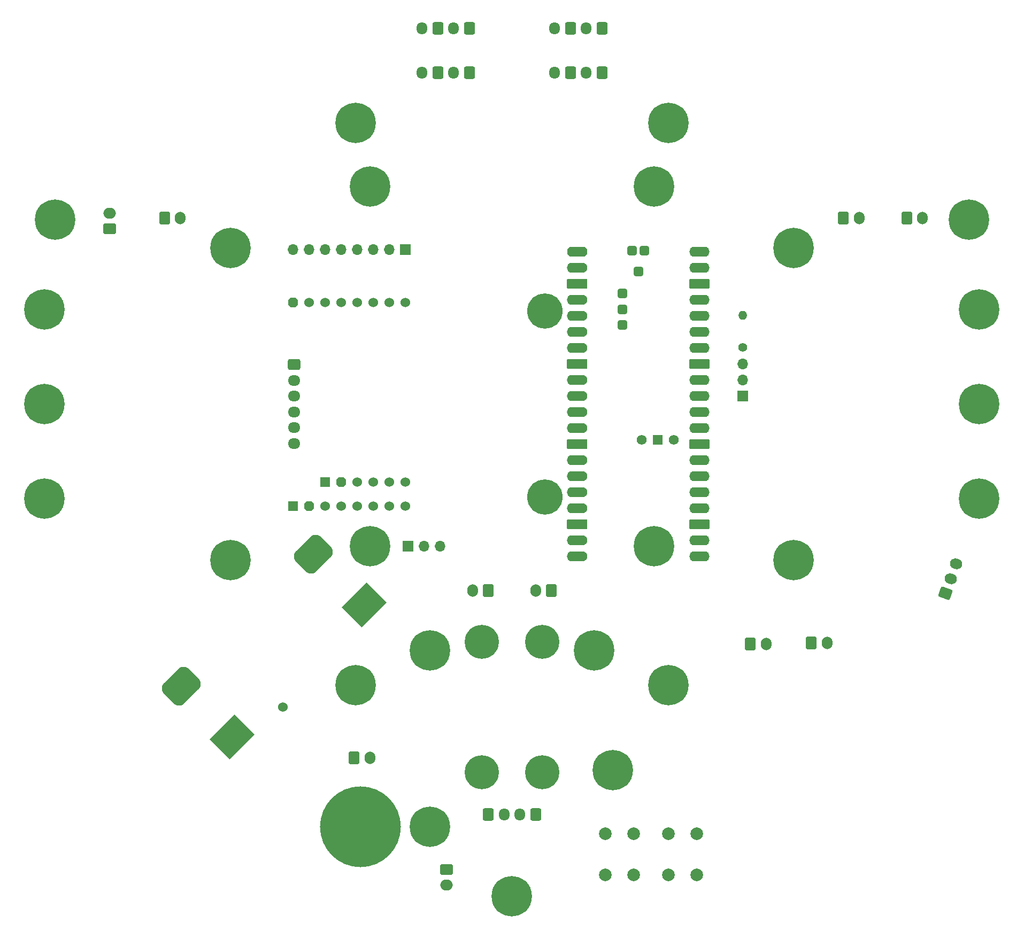
<source format=gbr>
%TF.GenerationSoftware,KiCad,Pcbnew,8.0.3*%
%TF.CreationDate,2024-06-18T02:00:58+08:00*%
%TF.ProjectId,top-rounded,746f702d-726f-4756-9e64-65642e6b6963,1.0.0*%
%TF.SameCoordinates,Original*%
%TF.FileFunction,Soldermask,Top*%
%TF.FilePolarity,Negative*%
%FSLAX46Y46*%
G04 Gerber Fmt 4.6, Leading zero omitted, Abs format (unit mm)*
G04 Created by KiCad (PCBNEW 8.0.3) date 2024-06-18 02:00:58*
%MOMM*%
%LPD*%
G01*
G04 APERTURE LIST*
G04 Aperture macros list*
%AMRoundRect*
0 Rectangle with rounded corners*
0 $1 Rounding radius*
0 $2 $3 $4 $5 $6 $7 $8 $9 X,Y pos of 4 corners*
0 Add a 4 corners polygon primitive as box body*
4,1,4,$2,$3,$4,$5,$6,$7,$8,$9,$2,$3,0*
0 Add four circle primitives for the rounded corners*
1,1,$1+$1,$2,$3*
1,1,$1+$1,$4,$5*
1,1,$1+$1,$6,$7*
1,1,$1+$1,$8,$9*
0 Add four rect primitives between the rounded corners*
20,1,$1+$1,$2,$3,$4,$5,0*
20,1,$1+$1,$4,$5,$6,$7,0*
20,1,$1+$1,$6,$7,$8,$9,0*
20,1,$1+$1,$8,$9,$2,$3,0*%
%AMHorizOval*
0 Thick line with rounded ends*
0 $1 width*
0 $2 $3 position (X,Y) of the first rounded end (center of the circle)*
0 $4 $5 position (X,Y) of the second rounded end (center of the circle)*
0 Add line between two ends*
20,1,$1,$2,$3,$4,$5,0*
0 Add two circle primitives to create the rounded ends*
1,1,$1,$2,$3*
1,1,$1,$4,$5*%
%AMRotRect*
0 Rectangle, with rotation*
0 The origin of the aperture is its center*
0 $1 length*
0 $2 width*
0 $3 Rotation angle, in degrees counterclockwise*
0 Add horizontal line*
21,1,$1,$2,0,0,$3*%
%AMOutline5P*
0 Free polygon, 5 corners , with rotation*
0 The origin of the aperture is its center*
0 number of corners: always 5*
0 $1 to $10 corner X, Y*
0 $11 Rotation angle, in degrees counterclockwise*
0 create outline with 5 corners*
4,1,5,$1,$2,$3,$4,$5,$6,$7,$8,$9,$10,$1,$2,$11*%
%AMOutline6P*
0 Free polygon, 6 corners , with rotation*
0 The origin of the aperture is its center*
0 number of corners: always 6*
0 $1 to $12 corner X, Y*
0 $13 Rotation angle, in degrees counterclockwise*
0 create outline with 6 corners*
4,1,6,$1,$2,$3,$4,$5,$6,$7,$8,$9,$10,$11,$12,$1,$2,$13*%
%AMOutline7P*
0 Free polygon, 7 corners , with rotation*
0 The origin of the aperture is its center*
0 number of corners: always 7*
0 $1 to $14 corner X, Y*
0 $15 Rotation angle, in degrees counterclockwise*
0 create outline with 7 corners*
4,1,7,$1,$2,$3,$4,$5,$6,$7,$8,$9,$10,$11,$12,$13,$14,$1,$2,$15*%
%AMOutline8P*
0 Free polygon, 8 corners , with rotation*
0 The origin of the aperture is its center*
0 number of corners: always 8*
0 $1 to $16 corner X, Y*
0 $17 Rotation angle, in degrees counterclockwise*
0 create outline with 8 corners*
4,1,8,$1,$2,$3,$4,$5,$6,$7,$8,$9,$10,$11,$12,$13,$14,$15,$16,$1,$2,$17*%
%AMFreePoly0*
4,1,26,1.935306,0.780194,1.989950,0.741421,2.341421,0.389950,2.388777,0.314585,2.400000,0.248529,2.400000,-0.248529,2.380194,-0.335306,2.341421,-0.389950,1.989950,-0.741421,1.914585,-0.788777,1.848529,-0.800000,0.000000,-0.800000,-0.248529,-0.800000,-0.335306,-0.780194,-0.389950,-0.741421,-0.741421,-0.389950,-0.788777,-0.314585,-0.800000,-0.248529,-0.800000,0.248529,-0.780194,0.335306,
-0.741421,0.389950,-0.389950,0.741421,-0.314585,0.788777,-0.248529,0.800000,1.848529,0.800000,1.935306,0.780194,1.935306,0.780194,$1*%
%AMFreePoly1*
4,1,26,0.335306,0.780194,0.389950,0.741421,0.741421,0.389950,0.788777,0.314585,0.800000,0.248529,0.800000,-0.248529,0.780194,-0.335306,0.741421,-0.389950,0.389950,-0.741421,0.314585,-0.788777,0.248529,-0.800000,0.000000,-0.800000,-0.248529,-0.800000,-0.335306,-0.780194,-0.389950,-0.741421,-0.741421,-0.389950,-0.788777,-0.314585,-0.800000,-0.248529,-0.800000,0.248529,-0.780194,0.335306,
-0.741421,0.389950,-0.389950,0.741421,-0.314585,0.788777,-0.248529,0.800000,0.248529,0.800000,0.335306,0.780194,0.335306,0.780194,$1*%
G04 Aperture macros list end*
%ADD10RoundRect,0.250000X-0.600000X-0.750000X0.600000X-0.750000X0.600000X0.750000X-0.600000X0.750000X0*%
%ADD11O,1.700000X2.000000*%
%ADD12C,0.800000*%
%ADD13C,6.400000*%
%ADD14C,5.600000*%
%ADD15C,1.524000*%
%ADD16Outline8P,-0.762000X0.381000X-0.381000X0.762000X0.381000X0.762000X0.762000X0.381000X0.762000X-0.381000X0.381000X-0.762000X-0.381000X-0.762000X-0.762000X-0.381000X270.000000*%
%ADD17R,1.524000X1.524000*%
%ADD18C,5.400000*%
%ADD19RoundRect,0.250000X0.750000X-0.600000X0.750000X0.600000X-0.750000X0.600000X-0.750000X-0.600000X0*%
%ADD20O,2.000000X1.700000*%
%ADD21R,1.700000X1.700000*%
%ADD22O,1.700000X1.700000*%
%ADD23C,2.000000*%
%ADD24FreePoly0,0.000000*%
%ADD25FreePoly1,0.000000*%
%ADD26O,3.200000X1.600000*%
%ADD27C,1.600000*%
%ADD28RoundRect,0.200000X-1.400000X-0.600000X1.400000X-0.600000X1.400000X0.600000X-1.400000X0.600000X0*%
%ADD29RoundRect,0.200000X-0.600000X-0.600000X0.600000X-0.600000X0.600000X0.600000X-0.600000X0.600000X0*%
%ADD30C,1.574800*%
%ADD31R,1.574800X1.574800*%
%ADD32RoundRect,0.300000X-0.450000X-0.450000X0.450000X-0.450000X0.450000X0.450000X-0.450000X0.450000X0*%
%ADD33RoundRect,0.250000X0.476065X-0.811780X0.886489X0.315851X-0.476065X0.811780X-0.886489X-0.315851X0*%
%ADD34HorizOval,1.700000X-0.117462X0.042753X0.117462X-0.042753X0*%
%ADD35RotRect,4.528000X5.544000X315.000000*%
%ADD36RotRect,1.700000X1.700000X315.000000*%
%ADD37RoundRect,1.132000X-1.960100X-0.359210X-0.359210X-1.960100X1.960100X0.359210X0.359210X1.960100X0*%
%ADD38C,1.700000*%
%ADD39RoundRect,0.250000X-0.750000X0.600000X-0.750000X-0.600000X0.750000X-0.600000X0.750000X0.600000X0*%
%ADD40C,1.400000*%
%ADD41O,1.400000X1.400000*%
%ADD42C,0.900000*%
%ADD43C,12.800000*%
%ADD44RoundRect,0.250000X0.600000X0.725000X-0.600000X0.725000X-0.600000X-0.725000X0.600000X-0.725000X0*%
%ADD45O,1.700000X1.950000*%
%ADD46RoundRect,0.250000X-0.725000X0.600000X-0.725000X-0.600000X0.725000X-0.600000X0.725000X0.600000X0*%
%ADD47O,1.950000X1.700000*%
%ADD48RoundRect,0.250000X0.600000X0.750000X-0.600000X0.750000X-0.600000X-0.750000X0.600000X-0.750000X0*%
G04 APERTURE END LIST*
D10*
%TO.C,J8*%
X137750000Y-137975000D03*
D11*
X140250000Y-137975000D03*
%TD*%
D10*
%TO.C,J2*%
X162500000Y-70500000D03*
D11*
X165000000Y-70500000D03*
%TD*%
D12*
%TO.C,H13*%
X23600000Y-115000000D03*
X24302944Y-113302944D03*
X24302944Y-116697056D03*
X26000000Y-112600000D03*
D13*
X26000000Y-115000000D03*
D12*
X26000000Y-117400000D03*
X27697056Y-113302944D03*
X27697056Y-116697056D03*
X28400000Y-115000000D03*
%TD*%
D14*
%TO.C,U2*%
X105198000Y-85268000D03*
X105200000Y-114732000D03*
D15*
X83100000Y-83871000D03*
X80560000Y-83871000D03*
X78020000Y-83871000D03*
X75480000Y-83871000D03*
X72940000Y-83871000D03*
X70400000Y-83871000D03*
X67860000Y-83871000D03*
D16*
X65320000Y-83871000D03*
D17*
X65320000Y-116129000D03*
D16*
X67860000Y-116129000D03*
D15*
X70400000Y-116129000D03*
X72940000Y-116129000D03*
X75480000Y-116129000D03*
X78020000Y-116129000D03*
X80560000Y-116129000D03*
X83100000Y-116129000D03*
D17*
X70400000Y-112319000D03*
D16*
X72940000Y-112319000D03*
D15*
X75480000Y-112319000D03*
X78020000Y-112319000D03*
X80560000Y-112319000D03*
X83100000Y-112319000D03*
%TD*%
D12*
%TO.C,H28*%
X93225000Y-158300000D03*
X93818109Y-156868109D03*
X93818109Y-159731891D03*
X95250000Y-156275000D03*
D18*
X95250000Y-158300000D03*
D12*
X95250000Y-160325000D03*
X96681891Y-156868109D03*
X96681891Y-159731891D03*
X97275000Y-158300000D03*
%TD*%
%TO.C,H1*%
X23600000Y-85000000D03*
X24302944Y-83302944D03*
X24302944Y-86697056D03*
X26000000Y-82600000D03*
D13*
X26000000Y-85000000D03*
D12*
X26000000Y-87400000D03*
X27697056Y-83302944D03*
X27697056Y-86697056D03*
X28400000Y-85000000D03*
%TD*%
D10*
%TO.C,J9*%
X147413217Y-137874728D03*
D11*
X149913217Y-137874728D03*
%TD*%
D12*
%TO.C,H22*%
X142147727Y-75251263D03*
X142850671Y-73554207D03*
X142850671Y-76948319D03*
X144547727Y-72851263D03*
D13*
X144547727Y-75251263D03*
D12*
X144547727Y-77651263D03*
X146244783Y-73554207D03*
X146244783Y-76948319D03*
X146947727Y-75251263D03*
%TD*%
D19*
%TO.C,J6*%
X36300000Y-72226252D03*
D20*
X36300000Y-69726252D03*
%TD*%
D12*
%TO.C,H4*%
X53052273Y-75251263D03*
X53755217Y-73554207D03*
X53755217Y-76948319D03*
X55452273Y-72851263D03*
D13*
X55452273Y-75251263D03*
D12*
X55452273Y-77651263D03*
X57149329Y-73554207D03*
X57149329Y-76948319D03*
X57852273Y-75251263D03*
%TD*%
%TO.C,H12*%
X113600000Y-158000000D03*
X114302944Y-156302944D03*
X114302944Y-159697056D03*
X116000000Y-155600000D03*
D13*
X116000000Y-158000000D03*
D12*
X116000000Y-160400000D03*
X117697056Y-156302944D03*
X117697056Y-159697056D03*
X118400000Y-158000000D03*
%TD*%
D21*
%TO.C,J1*%
X83100000Y-75500000D03*
D22*
X80560000Y-75500000D03*
X78020000Y-75500000D03*
X75480000Y-75500000D03*
X72940000Y-75500000D03*
X70400000Y-75500000D03*
X67860000Y-75500000D03*
X65320000Y-75500000D03*
%TD*%
D23*
%TO.C,SW2*%
X124750002Y-174591199D03*
X124750002Y-168091199D03*
X129250002Y-174591199D03*
X129250002Y-168091199D03*
%TD*%
D21*
%TO.C,J7*%
X83500000Y-122500000D03*
D22*
X86040000Y-122500000D03*
X88580000Y-122500000D03*
%TD*%
D12*
%TO.C,H29*%
X102725000Y-137700000D03*
X103318109Y-136268109D03*
X103318109Y-139131891D03*
X104750000Y-135675000D03*
D18*
X104750000Y-137700000D03*
D12*
X104750000Y-139725000D03*
X106181891Y-136268109D03*
X106181891Y-139131891D03*
X106775000Y-137700000D03*
%TD*%
%TO.C,H15*%
X120100000Y-65500000D03*
X120802944Y-63802944D03*
X120802944Y-67197056D03*
X122500000Y-63100000D03*
D13*
X122500000Y-65500000D03*
D12*
X122500000Y-67900000D03*
X124197056Y-63802944D03*
X124197056Y-67197056D03*
X124900000Y-65500000D03*
%TD*%
D24*
%TO.C,U1*%
X109500000Y-75870000D03*
D25*
X111100000Y-75870000D03*
D26*
X110300000Y-78410000D03*
D27*
X111100000Y-78410000D03*
D28*
X110300000Y-80950000D03*
D29*
X111100000Y-80950000D03*
D26*
X110300000Y-83490000D03*
D27*
X111100000Y-83490000D03*
D26*
X110300000Y-86030000D03*
D27*
X111100000Y-86030000D03*
D26*
X110300000Y-88570000D03*
D27*
X111100000Y-88570000D03*
D26*
X110300000Y-91110000D03*
D27*
X111100000Y-91110000D03*
D28*
X110300000Y-93650000D03*
D29*
X111100000Y-93650000D03*
D26*
X110300000Y-96190000D03*
D27*
X111100000Y-96190000D03*
D26*
X110300000Y-98730000D03*
D27*
X111100000Y-98730000D03*
D26*
X110300000Y-101270000D03*
D27*
X111100000Y-101270000D03*
D26*
X110300000Y-103810000D03*
D27*
X111100000Y-103810000D03*
D28*
X110300000Y-106350000D03*
D29*
X111100000Y-106350000D03*
D26*
X110300000Y-108890000D03*
D27*
X111100000Y-108890000D03*
D26*
X110300000Y-111430000D03*
D27*
X111100000Y-111430000D03*
D26*
X110300000Y-113970000D03*
D27*
X111100000Y-113970000D03*
D26*
X110300000Y-116510000D03*
D27*
X111100000Y-116510000D03*
D28*
X110300000Y-119050000D03*
D29*
X111100000Y-119050000D03*
D26*
X110300000Y-121590000D03*
D27*
X111100000Y-121590000D03*
D26*
X110300000Y-124130000D03*
D27*
X111100000Y-124130000D03*
X128880000Y-124130000D03*
D26*
X129680000Y-124130000D03*
D27*
X128880000Y-121590000D03*
D26*
X129680000Y-121590000D03*
D29*
X128880000Y-119050000D03*
D28*
X129680000Y-119050000D03*
D27*
X128880000Y-116510000D03*
D26*
X129680000Y-116510000D03*
D27*
X128880000Y-113970000D03*
D26*
X129680000Y-113970000D03*
D27*
X128880000Y-111430000D03*
D26*
X129680000Y-111430000D03*
D27*
X128880000Y-108890000D03*
D26*
X129680000Y-108890000D03*
D29*
X128880000Y-106350000D03*
D28*
X129680000Y-106350000D03*
D27*
X128880000Y-103810000D03*
D26*
X129680000Y-103810000D03*
D27*
X128880000Y-101270000D03*
D26*
X129680000Y-101270000D03*
D27*
X128880000Y-98730000D03*
D26*
X129680000Y-98730000D03*
D27*
X128880000Y-96190000D03*
D26*
X129680000Y-96190000D03*
D29*
X128880000Y-93650000D03*
D28*
X129680000Y-93650000D03*
D27*
X128880000Y-91110000D03*
D26*
X129680000Y-91110000D03*
D27*
X128880000Y-88570000D03*
D26*
X129680000Y-88570000D03*
D27*
X128880000Y-86030000D03*
D26*
X129680000Y-86030000D03*
D27*
X128880000Y-83490000D03*
D26*
X129680000Y-83490000D03*
D29*
X128880000Y-80950000D03*
D28*
X129680000Y-80950000D03*
D27*
X128880000Y-78410000D03*
D26*
X129680000Y-78410000D03*
D27*
X128880000Y-75870000D03*
D26*
X129680000Y-75870000D03*
D30*
X120574200Y-105700000D03*
D31*
X123114200Y-105700000D03*
D30*
X125654200Y-105700000D03*
D32*
X119990000Y-79000000D03*
X120990000Y-75700000D03*
X118990000Y-75700000D03*
X117490000Y-82500000D03*
X117490000Y-85000000D03*
X117490000Y-87500000D03*
%TD*%
D12*
%TO.C,H23*%
X122348737Y-144547727D03*
X123051681Y-142850671D03*
X123051681Y-146244783D03*
X124748737Y-142147727D03*
D13*
X124748737Y-144547727D03*
D12*
X124748737Y-146947727D03*
X126445793Y-142850671D03*
X126445793Y-146244783D03*
X127148737Y-144547727D03*
%TD*%
%TO.C,H10*%
X53052273Y-124748737D03*
X53755217Y-123051681D03*
X53755217Y-126445793D03*
X55452273Y-122348737D03*
D13*
X55452273Y-124748737D03*
D12*
X55452273Y-127148737D03*
X57149329Y-123051681D03*
X57149329Y-126445793D03*
X57852273Y-124748737D03*
%TD*%
%TO.C,H27*%
X93225000Y-137700000D03*
X93818109Y-136268109D03*
X93818109Y-139131891D03*
X95250000Y-135675000D03*
D18*
X95250000Y-137700000D03*
D12*
X95250000Y-139725000D03*
X96681891Y-136268109D03*
X96681891Y-139131891D03*
X97275000Y-137700000D03*
%TD*%
%TO.C,H9*%
X72851263Y-55452273D03*
X73554207Y-53755217D03*
X73554207Y-57149329D03*
X75251263Y-53052273D03*
D13*
X75251263Y-55452273D03*
D12*
X75251263Y-57852273D03*
X76948319Y-53755217D03*
X76948319Y-57149329D03*
X77651263Y-55452273D03*
%TD*%
%TO.C,H6*%
X84600000Y-167000000D03*
X85302944Y-165302944D03*
X85302944Y-168697056D03*
X87000000Y-164600000D03*
D13*
X87000000Y-167000000D03*
D12*
X87000000Y-169400000D03*
X88697056Y-165302944D03*
X88697056Y-168697056D03*
X89400000Y-167000000D03*
%TD*%
%TO.C,H21*%
X75100000Y-65500000D03*
X75802944Y-63802944D03*
X75802944Y-67197056D03*
X77500000Y-63100000D03*
D13*
X77500000Y-65500000D03*
D12*
X77500000Y-67900000D03*
X79197056Y-63802944D03*
X79197056Y-67197056D03*
X79900000Y-65500000D03*
%TD*%
%TO.C,H7*%
X23600000Y-100000000D03*
X24302944Y-98302944D03*
X24302944Y-101697056D03*
X26000000Y-97600000D03*
D13*
X26000000Y-100000000D03*
D12*
X26000000Y-102400000D03*
X27697056Y-98302944D03*
X27697056Y-101697056D03*
X28400000Y-100000000D03*
%TD*%
%TO.C,H14*%
X171600000Y-100000000D03*
X172302944Y-98302944D03*
X172302944Y-101697056D03*
X174000000Y-97600000D03*
D13*
X174000000Y-100000000D03*
D12*
X174000000Y-102400000D03*
X175697056Y-98302944D03*
X175697056Y-101697056D03*
X176400000Y-100000000D03*
%TD*%
D10*
%TO.C,J12*%
X152500000Y-70500000D03*
D11*
X155000000Y-70500000D03*
%TD*%
D33*
%TO.C,J3*%
X168650000Y-130000000D03*
D34*
X169505050Y-127650768D03*
X170360101Y-125301537D03*
%TD*%
D21*
%TO.C,J13*%
X136500000Y-98730000D03*
D22*
X136500000Y-96190000D03*
X136500000Y-93650000D03*
%TD*%
D35*
%TO.C,U3*%
X76597882Y-131847912D03*
D36*
X76238672Y-134003174D03*
X74442621Y-132207123D03*
D37*
X68546764Y-123765682D03*
D38*
X68156441Y-125920943D03*
X66360390Y-124124892D03*
X49771665Y-144305720D03*
X47975614Y-142509668D03*
D37*
X47600847Y-144680486D03*
D36*
X57853895Y-152387950D03*
X56057844Y-150591899D03*
D35*
X55683078Y-152762717D03*
D15*
X63687526Y-148033587D03*
%TD*%
D12*
%TO.C,H16*%
X142147727Y-124748737D03*
X142850671Y-123051681D03*
X142850671Y-126445793D03*
X144547727Y-122348737D03*
D13*
X144547727Y-124748737D03*
D12*
X144547727Y-127148737D03*
X146244783Y-123051681D03*
X146244783Y-126445793D03*
X146947727Y-124748737D03*
%TD*%
%TO.C,H8*%
X171600000Y-85000000D03*
X172302944Y-83302944D03*
X172302944Y-86697056D03*
X174000000Y-82600000D03*
D13*
X174000000Y-85000000D03*
D12*
X174000000Y-87400000D03*
X175697056Y-83302944D03*
X175697056Y-86697056D03*
X176400000Y-85000000D03*
%TD*%
D39*
%TO.C,J5*%
X89600000Y-173700000D03*
D20*
X89600000Y-176200000D03*
%TD*%
D12*
%TO.C,H5*%
X75100000Y-122500000D03*
X75802944Y-120802944D03*
X75802944Y-124197056D03*
X77500000Y-120100000D03*
D13*
X77500000Y-122500000D03*
D12*
X77500000Y-124900000D03*
X79197056Y-120802944D03*
X79197056Y-124197056D03*
X79900000Y-122500000D03*
%TD*%
%TO.C,H2*%
X169920341Y-70780686D03*
X170623285Y-69083630D03*
X170623285Y-72477742D03*
X172320341Y-68380686D03*
D13*
X172320341Y-70780686D03*
D12*
X172320341Y-73180686D03*
X174017397Y-69083630D03*
X174017397Y-72477742D03*
X174720341Y-70780686D03*
%TD*%
D40*
%TO.C,R1*%
X136500000Y-91040000D03*
D41*
X136500000Y-85960000D03*
%TD*%
D12*
%TO.C,H25*%
X84600000Y-139000000D03*
X85302944Y-137302944D03*
X85302944Y-140697056D03*
X87000000Y-136600000D03*
D13*
X87000000Y-139000000D03*
D12*
X87000000Y-141400000D03*
X88697056Y-137302944D03*
X88697056Y-140697056D03*
X89400000Y-139000000D03*
%TD*%
%TO.C,H11*%
X120100000Y-122500000D03*
X120802944Y-120802944D03*
X120802944Y-124197056D03*
X122500000Y-120100000D03*
D13*
X122500000Y-122500000D03*
D12*
X122500000Y-124900000D03*
X124197056Y-120802944D03*
X124197056Y-124197056D03*
X124900000Y-122500000D03*
%TD*%
%TO.C,H26*%
X110600000Y-139000000D03*
X111302944Y-137302944D03*
X111302944Y-140697056D03*
X113000000Y-136600000D03*
D13*
X113000000Y-139000000D03*
D12*
X113000000Y-141400000D03*
X114697056Y-137302944D03*
X114697056Y-140697056D03*
X115400000Y-139000000D03*
%TD*%
%TO.C,H3*%
X122348737Y-55452273D03*
X123051681Y-53755217D03*
X123051681Y-57149329D03*
X124748737Y-53052273D03*
D13*
X124748737Y-55452273D03*
D12*
X124748737Y-57852273D03*
X126445793Y-53755217D03*
X126445793Y-57149329D03*
X127148737Y-55452273D03*
%TD*%
%TO.C,H30*%
X102725000Y-158300000D03*
X103318109Y-156868109D03*
X103318109Y-159731891D03*
X104750000Y-156275000D03*
D18*
X104750000Y-158300000D03*
D12*
X104750000Y-160325000D03*
X106181891Y-156868109D03*
X106181891Y-159731891D03*
X106775000Y-158300000D03*
%TD*%
D42*
%TO.C,H24*%
X71200000Y-167000000D03*
X72605887Y-163605887D03*
X72605887Y-170394113D03*
X76000000Y-162200000D03*
D43*
X76000000Y-167000000D03*
D42*
X76000000Y-171800000D03*
X79394113Y-163605887D03*
X79394113Y-170394113D03*
X80800000Y-167000000D03*
%TD*%
D12*
%TO.C,H18*%
X97600000Y-178000000D03*
X98302944Y-176302944D03*
X98302944Y-179697056D03*
X100000000Y-175600000D03*
D13*
X100000000Y-178000000D03*
D12*
X100000000Y-180400000D03*
X101697056Y-176302944D03*
X101697056Y-179697056D03*
X102400000Y-178000000D03*
%TD*%
%TO.C,H20*%
X171600000Y-115000000D03*
X172302944Y-113302944D03*
X172302944Y-116697056D03*
X174000000Y-112600000D03*
D13*
X174000000Y-115000000D03*
D12*
X174000000Y-117400000D03*
X175697056Y-113302944D03*
X175697056Y-116697056D03*
X176400000Y-115000000D03*
%TD*%
D10*
%TO.C,J4*%
X45000000Y-70500000D03*
D11*
X47500000Y-70500000D03*
%TD*%
D12*
%TO.C,H19*%
X25279659Y-70780686D03*
X25982603Y-69083630D03*
X25982603Y-72477742D03*
X27679659Y-68380686D03*
D13*
X27679659Y-70780686D03*
D12*
X27679659Y-73180686D03*
X29376715Y-69083630D03*
X29376715Y-72477742D03*
X30079659Y-70780686D03*
%TD*%
%TO.C,H17*%
X72851263Y-144547727D03*
X73554207Y-142850671D03*
X73554207Y-146244783D03*
X75251263Y-142147727D03*
D13*
X75251263Y-144547727D03*
D12*
X75251263Y-146947727D03*
X76948319Y-142850671D03*
X76948319Y-146244783D03*
X77651263Y-144547727D03*
%TD*%
D23*
%TO.C,SW1*%
X114750000Y-174591199D03*
X114750000Y-168091199D03*
X119250000Y-174591199D03*
X119250000Y-168091199D03*
%TD*%
D10*
%TO.C,SW10*%
X75000000Y-156000000D03*
D11*
X77500000Y-156000000D03*
%TD*%
D44*
%TO.C,M3*%
X93250000Y-47500000D03*
D45*
X90750000Y-47500000D03*
D44*
X88250000Y-47500000D03*
D45*
X85750000Y-47500000D03*
%TD*%
D46*
%TO.C,J11*%
X65500000Y-93750000D03*
D47*
X65500000Y-96250000D03*
X65500000Y-98750000D03*
X65500000Y-101250000D03*
X65500000Y-103750000D03*
X65500000Y-106250000D03*
%TD*%
D48*
%TO.C,P2*%
X96250000Y-129500000D03*
D11*
X93750000Y-129500000D03*
%TD*%
D48*
%TO.C,P1*%
X106250000Y-129500000D03*
D11*
X103750000Y-129500000D03*
%TD*%
D44*
%TO.C,M1*%
X93250000Y-40500000D03*
D45*
X90750000Y-40500000D03*
D44*
X88250000Y-40500000D03*
D45*
X85750000Y-40500000D03*
%TD*%
D44*
%TO.C,J10*%
X103750000Y-165000000D03*
D45*
X101250000Y-165000000D03*
X98750000Y-165000000D03*
D44*
X96250000Y-165000000D03*
%TD*%
%TO.C,M4*%
X114250000Y-47500000D03*
D45*
X111750000Y-47500000D03*
D44*
X109250000Y-47500000D03*
D45*
X106750000Y-47500000D03*
%TD*%
D44*
%TO.C,M2*%
X114250000Y-40500000D03*
D45*
X111750000Y-40500000D03*
D44*
X109250000Y-40500000D03*
D45*
X106750000Y-40500000D03*
%TD*%
M02*

</source>
